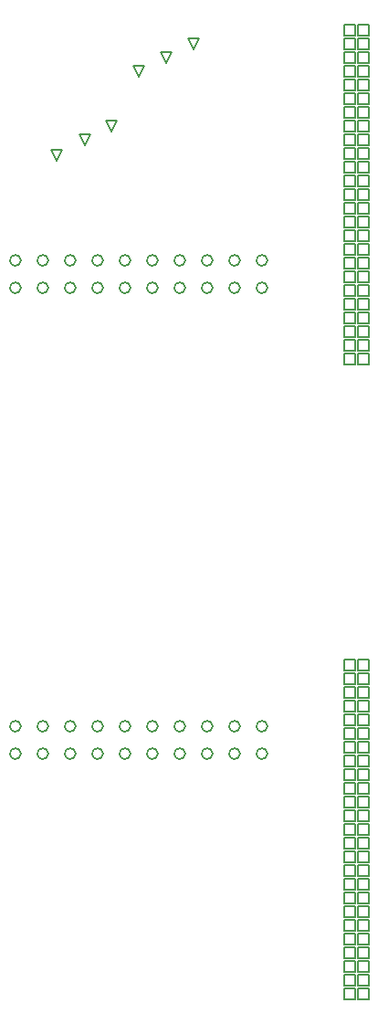
<source format=gbr>
%TF.GenerationSoftware,Altium Limited,Altium Designer,22.11.1 (43)*%
G04 Layer_Color=2752767*
%FSLAX45Y45*%
%MOMM*%
%TF.SameCoordinates,ABC14B17-DAD6-4B0F-8560-1018B917A27C*%
%TF.FilePolarity,Positive*%
%TF.FileFunction,Drawing*%
%TF.Part,Single*%
G01*
G75*
%TA.AperFunction,NonConductor*%
%ADD31C,0.12700*%
%ADD32C,0.16933*%
D31*
X11061700Y3721100D02*
Y3822700D01*
X11163300D01*
Y3721100D01*
X11061700D01*
X11188700D02*
Y3822700D01*
X11290300D01*
Y3721100D01*
X11188700D01*
X11061700Y3594100D02*
Y3695700D01*
X11163300D01*
Y3594100D01*
X11061700D01*
X11188700D02*
Y3695700D01*
X11290300D01*
Y3594100D01*
X11188700D01*
X11061700Y3467100D02*
Y3568700D01*
X11163300D01*
Y3467100D01*
X11061700D01*
X11188700D02*
Y3568700D01*
X11290300D01*
Y3467100D01*
X11188700D01*
X11061700Y3340100D02*
Y3441700D01*
X11163300D01*
Y3340100D01*
X11061700D01*
X11188700D02*
Y3441700D01*
X11290300D01*
Y3340100D01*
X11188700D01*
X11061700Y3213100D02*
Y3314700D01*
X11163300D01*
Y3213100D01*
X11061700D01*
X11188700D02*
Y3314700D01*
X11290300D01*
Y3213100D01*
X11188700D01*
X11061700Y3086100D02*
Y3187700D01*
X11163300D01*
Y3086100D01*
X11061700D01*
X11188700D02*
Y3187700D01*
X11290300D01*
Y3086100D01*
X11188700D01*
X11061700Y2959100D02*
Y3060700D01*
X11163300D01*
Y2959100D01*
X11061700D01*
X11188700D02*
Y3060700D01*
X11290300D01*
Y2959100D01*
X11188700D01*
X11061700Y2832100D02*
Y2933700D01*
X11163300D01*
Y2832100D01*
X11061700D01*
X11188700D02*
Y2933700D01*
X11290300D01*
Y2832100D01*
X11188700D01*
X11061700Y2705100D02*
Y2806700D01*
X11163300D01*
Y2705100D01*
X11061700D01*
X11188700D02*
Y2806700D01*
X11290300D01*
Y2705100D01*
X11188700D01*
X11061700Y2578100D02*
Y2679700D01*
X11163300D01*
Y2578100D01*
X11061700D01*
X11188700D02*
Y2679700D01*
X11290300D01*
Y2578100D01*
X11188700D01*
X11061700Y2451100D02*
Y2552700D01*
X11163300D01*
Y2451100D01*
X11061700D01*
X11188700D02*
Y2552700D01*
X11290300D01*
Y2451100D01*
X11188700D01*
X11061700Y2324100D02*
Y2425700D01*
X11163300D01*
Y2324100D01*
X11061700D01*
X11188700D02*
Y2425700D01*
X11290300D01*
Y2324100D01*
X11188700D01*
X11061700Y2197100D02*
Y2298700D01*
X11163300D01*
Y2197100D01*
X11061700D01*
X11188700D02*
Y2298700D01*
X11290300D01*
Y2197100D01*
X11188700D01*
X11061700Y2070100D02*
Y2171700D01*
X11163300D01*
Y2070100D01*
X11061700D01*
X11188700D02*
Y2171700D01*
X11290300D01*
Y2070100D01*
X11188700D01*
X11061700Y1943100D02*
Y2044700D01*
X11163300D01*
Y1943100D01*
X11061700D01*
X11188700D02*
Y2044700D01*
X11290300D01*
Y1943100D01*
X11188700D01*
X11061700Y1816100D02*
Y1917700D01*
X11163300D01*
Y1816100D01*
X11061700D01*
X11188700D02*
Y1917700D01*
X11290300D01*
Y1816100D01*
X11188700D01*
X11061700Y1689100D02*
Y1790700D01*
X11163300D01*
Y1689100D01*
X11061700D01*
X11188700D02*
Y1790700D01*
X11290300D01*
Y1689100D01*
X11188700D01*
X11061700Y1562100D02*
Y1663700D01*
X11163300D01*
Y1562100D01*
X11061700D01*
X11188700D02*
Y1663700D01*
X11290300D01*
Y1562100D01*
X11188700D01*
X11061700Y1435100D02*
Y1536700D01*
X11163300D01*
Y1435100D01*
X11061700D01*
X11188700D02*
Y1536700D01*
X11290300D01*
Y1435100D01*
X11188700D01*
X11061700Y1308100D02*
Y1409700D01*
X11163300D01*
Y1308100D01*
X11061700D01*
X11188700D02*
Y1409700D01*
X11290300D01*
Y1308100D01*
X11188700D01*
X11061700Y1181100D02*
Y1282700D01*
X11163300D01*
Y1181100D01*
X11061700D01*
X11188700D02*
Y1282700D01*
X11290300D01*
Y1181100D01*
X11188700D01*
X11061700Y1054100D02*
Y1155700D01*
X11163300D01*
Y1054100D01*
X11061700D01*
X11188700D02*
Y1155700D01*
X11290300D01*
Y1054100D01*
X11188700D01*
X11061700Y927100D02*
Y1028700D01*
X11163300D01*
Y927100D01*
X11061700D01*
X11188700D02*
Y1028700D01*
X11290300D01*
Y927100D01*
X11188700D01*
X11061700Y800100D02*
Y901700D01*
X11163300D01*
Y800100D01*
X11061700D01*
X11188700D02*
Y901700D01*
X11290300D01*
Y800100D01*
X11188700D01*
X11061700Y673100D02*
Y774700D01*
X11163300D01*
Y673100D01*
X11061700D01*
X11188700D02*
Y774700D01*
X11290300D01*
Y673100D01*
X11188700D01*
Y6553200D02*
Y6654800D01*
X11290300D01*
Y6553200D01*
X11188700D01*
X11061700D02*
Y6654800D01*
X11163300D01*
Y6553200D01*
X11061700D01*
X11188700Y6680200D02*
Y6781800D01*
X11290300D01*
Y6680200D01*
X11188700D01*
X11061700D02*
Y6781800D01*
X11163300D01*
Y6680200D01*
X11061700D01*
X11188700Y6807200D02*
Y6908800D01*
X11290300D01*
Y6807200D01*
X11188700D01*
X11061700D02*
Y6908800D01*
X11163300D01*
Y6807200D01*
X11061700D01*
X11188700Y6934200D02*
Y7035800D01*
X11290300D01*
Y6934200D01*
X11188700D01*
X11061700D02*
Y7035800D01*
X11163300D01*
Y6934200D01*
X11061700D01*
X11188700Y7061200D02*
Y7162800D01*
X11290300D01*
Y7061200D01*
X11188700D01*
X11061700D02*
Y7162800D01*
X11163300D01*
Y7061200D01*
X11061700D01*
X11188700Y7188200D02*
Y7289800D01*
X11290300D01*
Y7188200D01*
X11188700D01*
X11061700D02*
Y7289800D01*
X11163300D01*
Y7188200D01*
X11061700D01*
X11188700Y7315200D02*
Y7416800D01*
X11290300D01*
Y7315200D01*
X11188700D01*
X11061700D02*
Y7416800D01*
X11163300D01*
Y7315200D01*
X11061700D01*
X11188700Y7442200D02*
Y7543800D01*
X11290300D01*
Y7442200D01*
X11188700D01*
X11061700D02*
Y7543800D01*
X11163300D01*
Y7442200D01*
X11061700D01*
X11188700Y7569200D02*
Y7670800D01*
X11290300D01*
Y7569200D01*
X11188700D01*
X11061700D02*
Y7670800D01*
X11163300D01*
Y7569200D01*
X11061700D01*
X11188700Y7696200D02*
Y7797800D01*
X11290300D01*
Y7696200D01*
X11188700D01*
X11061700D02*
Y7797800D01*
X11163300D01*
Y7696200D01*
X11061700D01*
X11188700Y7823200D02*
Y7924800D01*
X11290300D01*
Y7823200D01*
X11188700D01*
X11061700D02*
Y7924800D01*
X11163300D01*
Y7823200D01*
X11061700D01*
X11188700Y7950200D02*
Y8051800D01*
X11290300D01*
Y7950200D01*
X11188700D01*
X11061700D02*
Y8051800D01*
X11163300D01*
Y7950200D01*
X11061700D01*
X11188700Y8077200D02*
Y8178800D01*
X11290300D01*
Y8077200D01*
X11188700D01*
X11061700D02*
Y8178800D01*
X11163300D01*
Y8077200D01*
X11061700D01*
X11188700Y8204200D02*
Y8305800D01*
X11290300D01*
Y8204200D01*
X11188700D01*
X11061700D02*
Y8305800D01*
X11163300D01*
Y8204200D01*
X11061700D01*
X11188700Y8331200D02*
Y8432800D01*
X11290300D01*
Y8331200D01*
X11188700D01*
X11061700D02*
Y8432800D01*
X11163300D01*
Y8331200D01*
X11061700D01*
X11188700Y8458200D02*
Y8559800D01*
X11290300D01*
Y8458200D01*
X11188700D01*
X11061700D02*
Y8559800D01*
X11163300D01*
Y8458200D01*
X11061700D01*
X11188700Y8585200D02*
Y8686800D01*
X11290300D01*
Y8585200D01*
X11188700D01*
X11061700D02*
Y8686800D01*
X11163300D01*
Y8585200D01*
X11061700D01*
X11188700Y8712200D02*
Y8813800D01*
X11290300D01*
Y8712200D01*
X11188700D01*
X11061700D02*
Y8813800D01*
X11163300D01*
Y8712200D01*
X11061700D01*
X11188700Y8839200D02*
Y8940800D01*
X11290300D01*
Y8839200D01*
X11188700D01*
X11061700D02*
Y8940800D01*
X11163300D01*
Y8839200D01*
X11061700D01*
X11188700Y8966200D02*
Y9067800D01*
X11290300D01*
Y8966200D01*
X11188700D01*
X11061700D02*
Y9067800D01*
X11163300D01*
Y8966200D01*
X11061700D01*
X11188700Y9093200D02*
Y9194800D01*
X11290300D01*
Y9093200D01*
X11188700D01*
X11061700D02*
Y9194800D01*
X11163300D01*
Y9093200D01*
X11061700D01*
X11188700Y9220200D02*
Y9321800D01*
X11290300D01*
Y9220200D01*
X11188700D01*
X11061700D02*
Y9321800D01*
X11163300D01*
Y9220200D01*
X11061700D01*
X11188700Y9347200D02*
Y9448800D01*
X11290300D01*
Y9347200D01*
X11188700D01*
X11061700D02*
Y9448800D01*
X11163300D01*
Y9347200D01*
X11061700D01*
X11188700Y9474200D02*
Y9575800D01*
X11290300D01*
Y9474200D01*
X11188700D01*
X11061700D02*
Y9575800D01*
X11163300D01*
Y9474200D01*
X11061700D01*
X11188700Y9601200D02*
Y9702800D01*
X11290300D01*
Y9601200D01*
X11188700D01*
X11061700D02*
Y9702800D01*
X11163300D01*
Y9601200D01*
X11061700D01*
X8394700Y8445500D02*
X8343900Y8547100D01*
X8445500D01*
X8394700Y8445500D01*
X8661400Y8585200D02*
X8610600Y8686800D01*
X8712200D01*
X8661400Y8585200D01*
X9156700Y9220200D02*
X9105900Y9321800D01*
X9207500D01*
X9156700Y9220200D01*
X9410700Y9347200D02*
X9359900Y9448800D01*
X9461500D01*
X9410700Y9347200D01*
X9664700Y9474200D02*
X9613900Y9575800D01*
X9715500D01*
X9664700Y9474200D01*
X8902700Y8712200D02*
X8851900Y8813800D01*
X8953500D01*
X8902700Y8712200D01*
D32*
X10350500Y7518400D02*
G03*
X10350500Y7518400I-50800J0D01*
G01*
Y7264400D02*
G03*
X10350500Y7264400I-50800J0D01*
G01*
X10096500Y7518400D02*
G03*
X10096500Y7518400I-50800J0D01*
G01*
Y7264400D02*
G03*
X10096500Y7264400I-50800J0D01*
G01*
X9842500Y7518400D02*
G03*
X9842500Y7518400I-50800J0D01*
G01*
Y7264400D02*
G03*
X9842500Y7264400I-50800J0D01*
G01*
X9588500Y7518400D02*
G03*
X9588500Y7518400I-50800J0D01*
G01*
Y7264400D02*
G03*
X9588500Y7264400I-50800J0D01*
G01*
X9334500Y7518400D02*
G03*
X9334500Y7518400I-50800J0D01*
G01*
Y7264400D02*
G03*
X9334500Y7264400I-50800J0D01*
G01*
X9080500Y7518400D02*
G03*
X9080500Y7518400I-50800J0D01*
G01*
Y7264400D02*
G03*
X9080500Y7264400I-50800J0D01*
G01*
X8826500Y7518400D02*
G03*
X8826500Y7518400I-50800J0D01*
G01*
Y7264400D02*
G03*
X8826500Y7264400I-50800J0D01*
G01*
X8572500Y7518400D02*
G03*
X8572500Y7518400I-50800J0D01*
G01*
Y7264400D02*
G03*
X8572500Y7264400I-50800J0D01*
G01*
X8318500Y7518400D02*
G03*
X8318500Y7518400I-50800J0D01*
G01*
Y7264400D02*
G03*
X8318500Y7264400I-50800J0D01*
G01*
X8064500Y7518400D02*
G03*
X8064500Y7518400I-50800J0D01*
G01*
Y7264400D02*
G03*
X8064500Y7264400I-50800J0D01*
G01*
X10350500Y3200400D02*
G03*
X10350500Y3200400I-50800J0D01*
G01*
Y2946400D02*
G03*
X10350500Y2946400I-50800J0D01*
G01*
X10096500Y3200400D02*
G03*
X10096500Y3200400I-50800J0D01*
G01*
Y2946400D02*
G03*
X10096500Y2946400I-50800J0D01*
G01*
X9842500Y3200400D02*
G03*
X9842500Y3200400I-50800J0D01*
G01*
Y2946400D02*
G03*
X9842500Y2946400I-50800J0D01*
G01*
X9588500Y3200400D02*
G03*
X9588500Y3200400I-50800J0D01*
G01*
Y2946400D02*
G03*
X9588500Y2946400I-50800J0D01*
G01*
X9334500Y3200400D02*
G03*
X9334500Y3200400I-50800J0D01*
G01*
Y2946400D02*
G03*
X9334500Y2946400I-50800J0D01*
G01*
X9080500Y3200400D02*
G03*
X9080500Y3200400I-50800J0D01*
G01*
Y2946400D02*
G03*
X9080500Y2946400I-50800J0D01*
G01*
X8826500Y3200400D02*
G03*
X8826500Y3200400I-50800J0D01*
G01*
Y2946400D02*
G03*
X8826500Y2946400I-50800J0D01*
G01*
X8572500Y3200400D02*
G03*
X8572500Y3200400I-50800J0D01*
G01*
Y2946400D02*
G03*
X8572500Y2946400I-50800J0D01*
G01*
X8318500Y3200400D02*
G03*
X8318500Y3200400I-50800J0D01*
G01*
Y2946400D02*
G03*
X8318500Y2946400I-50800J0D01*
G01*
X8064500Y3200400D02*
G03*
X8064500Y3200400I-50800J0D01*
G01*
Y2946400D02*
G03*
X8064500Y2946400I-50800J0D01*
G01*
%TF.MD5,67c24a6e10cbb797a10e8a467c6d11a2*%
M02*

</source>
